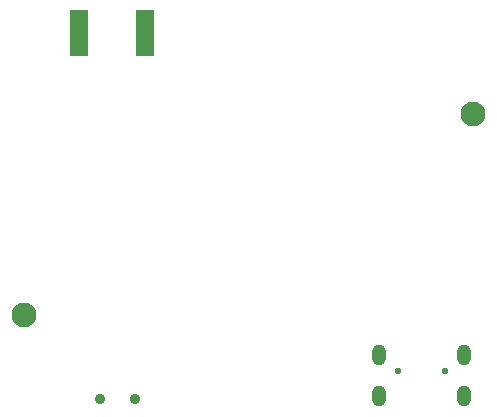
<source format=gbr>
%TF.GenerationSoftware,KiCad,Pcbnew,7.0.1*%
%TF.CreationDate,2024-02-15T14:19:22+01:00*%
%TF.ProjectId,stm32f405-sensorleap-v1,73746d33-3266-4343-9035-2d73656e736f,rev?*%
%TF.SameCoordinates,Original*%
%TF.FileFunction,Soldermask,Bot*%
%TF.FilePolarity,Negative*%
%FSLAX46Y46*%
G04 Gerber Fmt 4.6, Leading zero omitted, Abs format (unit mm)*
G04 Created by KiCad (PCBNEW 7.0.1) date 2024-02-15 14:19:22*
%MOMM*%
%LPD*%
G01*
G04 APERTURE LIST*
%ADD10C,0.900000*%
%ADD11O,0.550000X0.550000*%
%ADD12O,1.150000X1.800000*%
%ADD13C,2.100000*%
%ADD14R,1.500000X4.000000*%
G04 APERTURE END LIST*
D10*
%TO.C,SW200*%
X109400000Y-133083529D03*
X112400000Y-133083529D03*
%TD*%
D11*
%TO.C,J402*%
X134625000Y-130736029D03*
X138625000Y-130736029D03*
D12*
X133050000Y-129416029D03*
X133050000Y-132886029D03*
X140200000Y-129416029D03*
X140200000Y-132886029D03*
%TD*%
D13*
%TO.C,H1*%
X103000000Y-126000000D03*
%TD*%
%TO.C,H2*%
X141000000Y-109000000D03*
%TD*%
D14*
%TO.C,J1*%
X107600000Y-102117529D03*
X113200000Y-102117529D03*
%TD*%
M02*

</source>
